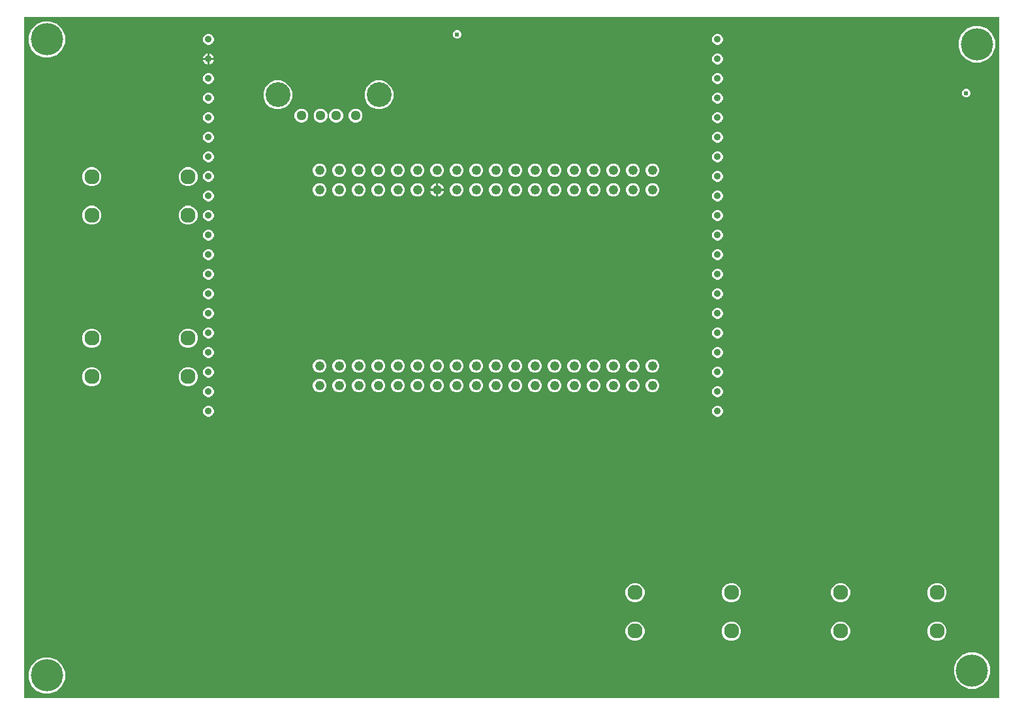
<source format=gbr>
G04 EAGLE Gerber RS-274X export*
G75*
%MOMM*%
%FSLAX34Y34*%
%LPD*%
%INCopper Layer 15*%
%IPPOS*%
%AMOC8*
5,1,8,0,0,1.08239X$1,22.5*%
G01*
%ADD10C,1.288000*%
%ADD11C,3.220000*%
%ADD12C,4.191000*%
%ADD13C,1.244600*%
%ADD14C,1.960000*%
%ADD15C,0.904800*%
%ADD16C,0.609600*%

G36*
X1266718Y2544D02*
X1266718Y2544D01*
X1266737Y2542D01*
X1266839Y2564D01*
X1266941Y2580D01*
X1266958Y2590D01*
X1266978Y2594D01*
X1267067Y2647D01*
X1267158Y2696D01*
X1267172Y2710D01*
X1267189Y2720D01*
X1267256Y2799D01*
X1267328Y2874D01*
X1267336Y2892D01*
X1267349Y2907D01*
X1267388Y3003D01*
X1267431Y3097D01*
X1267433Y3117D01*
X1267441Y3135D01*
X1267459Y3302D01*
X1267459Y885698D01*
X1267456Y885718D01*
X1267458Y885737D01*
X1267436Y885839D01*
X1267420Y885941D01*
X1267410Y885958D01*
X1267406Y885978D01*
X1267353Y886067D01*
X1267304Y886158D01*
X1267290Y886172D01*
X1267280Y886189D01*
X1267201Y886256D01*
X1267126Y886328D01*
X1267108Y886336D01*
X1267093Y886349D01*
X1266997Y886388D01*
X1266903Y886431D01*
X1266883Y886433D01*
X1266865Y886441D01*
X1266698Y886459D01*
X3302Y886459D01*
X3282Y886456D01*
X3263Y886458D01*
X3161Y886436D01*
X3059Y886420D01*
X3042Y886410D01*
X3022Y886406D01*
X2933Y886353D01*
X2842Y886304D01*
X2828Y886290D01*
X2811Y886280D01*
X2744Y886201D01*
X2672Y886126D01*
X2664Y886108D01*
X2651Y886093D01*
X2612Y885997D01*
X2569Y885903D01*
X2567Y885883D01*
X2559Y885865D01*
X2541Y885698D01*
X2541Y3302D01*
X2544Y3282D01*
X2542Y3263D01*
X2564Y3161D01*
X2580Y3059D01*
X2590Y3042D01*
X2594Y3022D01*
X2647Y2933D01*
X2696Y2842D01*
X2710Y2828D01*
X2720Y2811D01*
X2799Y2744D01*
X2874Y2672D01*
X2892Y2664D01*
X2907Y2651D01*
X3003Y2612D01*
X3097Y2569D01*
X3117Y2567D01*
X3135Y2559D01*
X3302Y2541D01*
X1266698Y2541D01*
X1266718Y2544D01*
G37*
%LPC*%
G36*
X27076Y833754D02*
X27076Y833754D01*
X18441Y837331D01*
X11831Y843941D01*
X8254Y852576D01*
X8254Y861924D01*
X11831Y870559D01*
X18441Y877169D01*
X27076Y880746D01*
X36424Y880746D01*
X45059Y877169D01*
X51669Y870559D01*
X55246Y861924D01*
X55246Y852576D01*
X51669Y843941D01*
X45059Y837331D01*
X36424Y833754D01*
X27076Y833754D01*
G37*
%LPD*%
%LPC*%
G36*
X1233576Y827404D02*
X1233576Y827404D01*
X1224941Y830981D01*
X1218331Y837591D01*
X1214754Y846226D01*
X1214754Y855574D01*
X1218331Y864209D01*
X1224941Y870819D01*
X1233576Y874396D01*
X1242924Y874396D01*
X1251559Y870819D01*
X1258169Y864209D01*
X1261746Y855574D01*
X1261746Y846226D01*
X1258169Y837591D01*
X1251559Y830981D01*
X1242924Y827404D01*
X1233576Y827404D01*
G37*
%LPD*%
%LPC*%
G36*
X27076Y8254D02*
X27076Y8254D01*
X18441Y11831D01*
X11831Y18441D01*
X8254Y27076D01*
X8254Y36424D01*
X11831Y45059D01*
X18441Y51669D01*
X27076Y55246D01*
X36424Y55246D01*
X45059Y51669D01*
X51669Y45059D01*
X55246Y36424D01*
X55246Y27076D01*
X51669Y18441D01*
X45059Y11831D01*
X36424Y8254D01*
X27076Y8254D01*
G37*
%LPD*%
%LPC*%
G36*
X1227226Y14604D02*
X1227226Y14604D01*
X1218591Y18181D01*
X1211981Y24791D01*
X1208404Y33426D01*
X1208404Y42774D01*
X1211981Y51409D01*
X1218591Y58019D01*
X1227226Y61596D01*
X1236574Y61596D01*
X1245209Y58019D01*
X1251819Y51409D01*
X1255396Y42774D01*
X1255396Y33426D01*
X1251819Y24791D01*
X1245209Y18181D01*
X1236574Y14604D01*
X1227226Y14604D01*
G37*
%LPD*%
%LPC*%
G36*
X458942Y766649D02*
X458942Y766649D01*
X452091Y769487D01*
X446847Y774731D01*
X444009Y781582D01*
X444009Y788998D01*
X446847Y795849D01*
X452091Y801093D01*
X458942Y803931D01*
X466358Y803931D01*
X473209Y801093D01*
X478453Y795849D01*
X481291Y788998D01*
X481291Y781582D01*
X478453Y774731D01*
X473209Y769487D01*
X466358Y766649D01*
X458942Y766649D01*
G37*
%LPD*%
%LPC*%
G36*
X327542Y766649D02*
X327542Y766649D01*
X320691Y769487D01*
X315447Y774731D01*
X312609Y781582D01*
X312609Y788998D01*
X315447Y795849D01*
X320691Y801093D01*
X327542Y803931D01*
X334958Y803931D01*
X341809Y801093D01*
X347053Y795849D01*
X349891Y788998D01*
X349891Y781582D01*
X347053Y774731D01*
X341809Y769487D01*
X334958Y766649D01*
X327542Y766649D01*
G37*
%LPD*%
%LPC*%
G36*
X792295Y126959D02*
X792295Y126959D01*
X787760Y128838D01*
X784288Y132310D01*
X782409Y136845D01*
X782409Y141755D01*
X784288Y146290D01*
X787760Y149762D01*
X792295Y151641D01*
X797205Y151641D01*
X801740Y149762D01*
X805212Y146290D01*
X807091Y141755D01*
X807091Y136845D01*
X805212Y132310D01*
X801740Y128838D01*
X797205Y126959D01*
X792295Y126959D01*
G37*
%LPD*%
%LPC*%
G36*
X1183995Y126959D02*
X1183995Y126959D01*
X1179460Y128838D01*
X1175988Y132310D01*
X1174109Y136845D01*
X1174109Y141755D01*
X1175988Y146290D01*
X1179460Y149762D01*
X1183995Y151641D01*
X1188905Y151641D01*
X1193440Y149762D01*
X1196912Y146290D01*
X1198791Y141755D01*
X1198791Y136845D01*
X1196912Y132310D01*
X1193440Y128838D01*
X1188905Y126959D01*
X1183995Y126959D01*
G37*
%LPD*%
%LPC*%
G36*
X87445Y407159D02*
X87445Y407159D01*
X82910Y409038D01*
X79438Y412510D01*
X77559Y417045D01*
X77559Y421955D01*
X79438Y426490D01*
X82910Y429962D01*
X87445Y431841D01*
X92355Y431841D01*
X96890Y429962D01*
X100362Y426490D01*
X102241Y421955D01*
X102241Y417045D01*
X100362Y412510D01*
X96890Y409038D01*
X92355Y407159D01*
X87445Y407159D01*
G37*
%LPD*%
%LPC*%
G36*
X212445Y407159D02*
X212445Y407159D01*
X207910Y409038D01*
X204438Y412510D01*
X202559Y417045D01*
X202559Y421955D01*
X204438Y426490D01*
X207910Y429962D01*
X212445Y431841D01*
X217355Y431841D01*
X221890Y429962D01*
X225362Y426490D01*
X227241Y421955D01*
X227241Y417045D01*
X225362Y412510D01*
X221890Y409038D01*
X217355Y407159D01*
X212445Y407159D01*
G37*
%LPD*%
%LPC*%
G36*
X212445Y616709D02*
X212445Y616709D01*
X207910Y618588D01*
X204438Y622060D01*
X202559Y626595D01*
X202559Y631505D01*
X204438Y636040D01*
X207910Y639512D01*
X212445Y641391D01*
X217355Y641391D01*
X221890Y639512D01*
X225362Y636040D01*
X227241Y631505D01*
X227241Y626595D01*
X225362Y622060D01*
X221890Y618588D01*
X217355Y616709D01*
X212445Y616709D01*
G37*
%LPD*%
%LPC*%
G36*
X87445Y457159D02*
X87445Y457159D01*
X82910Y459038D01*
X79438Y462510D01*
X77559Y467045D01*
X77559Y471955D01*
X79438Y476490D01*
X82910Y479962D01*
X87445Y481841D01*
X92355Y481841D01*
X96890Y479962D01*
X100362Y476490D01*
X102241Y471955D01*
X102241Y467045D01*
X100362Y462510D01*
X96890Y459038D01*
X92355Y457159D01*
X87445Y457159D01*
G37*
%LPD*%
%LPC*%
G36*
X212445Y666709D02*
X212445Y666709D01*
X207910Y668588D01*
X204438Y672060D01*
X202559Y676595D01*
X202559Y681505D01*
X204438Y686040D01*
X207910Y689512D01*
X212445Y691391D01*
X217355Y691391D01*
X221890Y689512D01*
X225362Y686040D01*
X227241Y681505D01*
X227241Y676595D01*
X225362Y672060D01*
X221890Y668588D01*
X217355Y666709D01*
X212445Y666709D01*
G37*
%LPD*%
%LPC*%
G36*
X87445Y666709D02*
X87445Y666709D01*
X82910Y668588D01*
X79438Y672060D01*
X77559Y676595D01*
X77559Y681505D01*
X79438Y686040D01*
X82910Y689512D01*
X87445Y691391D01*
X92355Y691391D01*
X96890Y689512D01*
X100362Y686040D01*
X102241Y681505D01*
X102241Y676595D01*
X100362Y672060D01*
X96890Y668588D01*
X92355Y666709D01*
X87445Y666709D01*
G37*
%LPD*%
%LPC*%
G36*
X917295Y126959D02*
X917295Y126959D01*
X912760Y128838D01*
X909288Y132310D01*
X907409Y136845D01*
X907409Y141755D01*
X909288Y146290D01*
X912760Y149762D01*
X917295Y151641D01*
X922205Y151641D01*
X926740Y149762D01*
X930212Y146290D01*
X932091Y141755D01*
X932091Y136845D01*
X930212Y132310D01*
X926740Y128838D01*
X922205Y126959D01*
X917295Y126959D01*
G37*
%LPD*%
%LPC*%
G36*
X1058995Y126959D02*
X1058995Y126959D01*
X1054460Y128838D01*
X1050988Y132310D01*
X1049109Y136845D01*
X1049109Y141755D01*
X1050988Y146290D01*
X1054460Y149762D01*
X1058995Y151641D01*
X1063905Y151641D01*
X1068440Y149762D01*
X1071912Y146290D01*
X1073791Y141755D01*
X1073791Y136845D01*
X1071912Y132310D01*
X1068440Y128838D01*
X1063905Y126959D01*
X1058995Y126959D01*
G37*
%LPD*%
%LPC*%
G36*
X212445Y457159D02*
X212445Y457159D01*
X207910Y459038D01*
X204438Y462510D01*
X202559Y467045D01*
X202559Y471955D01*
X204438Y476490D01*
X207910Y479962D01*
X212445Y481841D01*
X217355Y481841D01*
X221890Y479962D01*
X225362Y476490D01*
X227241Y471955D01*
X227241Y467045D01*
X225362Y462510D01*
X221890Y459038D01*
X217355Y457159D01*
X212445Y457159D01*
G37*
%LPD*%
%LPC*%
G36*
X87445Y616709D02*
X87445Y616709D01*
X82910Y618588D01*
X79438Y622060D01*
X77559Y626595D01*
X77559Y631505D01*
X79438Y636040D01*
X82910Y639512D01*
X87445Y641391D01*
X92355Y641391D01*
X96890Y639512D01*
X100362Y636040D01*
X102241Y631505D01*
X102241Y626595D01*
X100362Y622060D01*
X96890Y618588D01*
X92355Y616709D01*
X87445Y616709D01*
G37*
%LPD*%
%LPC*%
G36*
X792295Y76959D02*
X792295Y76959D01*
X787760Y78838D01*
X784288Y82310D01*
X782409Y86845D01*
X782409Y91755D01*
X784288Y96290D01*
X787760Y99762D01*
X792295Y101641D01*
X797205Y101641D01*
X801740Y99762D01*
X805212Y96290D01*
X807091Y91755D01*
X807091Y86845D01*
X805212Y82310D01*
X801740Y78838D01*
X797205Y76959D01*
X792295Y76959D01*
G37*
%LPD*%
%LPC*%
G36*
X917295Y76959D02*
X917295Y76959D01*
X912760Y78838D01*
X909288Y82310D01*
X907409Y86845D01*
X907409Y91755D01*
X909288Y96290D01*
X912760Y99762D01*
X917295Y101641D01*
X922205Y101641D01*
X926740Y99762D01*
X930212Y96290D01*
X932091Y91755D01*
X932091Y86845D01*
X930212Y82310D01*
X926740Y78838D01*
X922205Y76959D01*
X917295Y76959D01*
G37*
%LPD*%
%LPC*%
G36*
X1058995Y76959D02*
X1058995Y76959D01*
X1054460Y78838D01*
X1050988Y82310D01*
X1049109Y86845D01*
X1049109Y91755D01*
X1050988Y96290D01*
X1054460Y99762D01*
X1058995Y101641D01*
X1063905Y101641D01*
X1068440Y99762D01*
X1071912Y96290D01*
X1073791Y91755D01*
X1073791Y86845D01*
X1071912Y82310D01*
X1068440Y78838D01*
X1063905Y76959D01*
X1058995Y76959D01*
G37*
%LPD*%
%LPC*%
G36*
X1183995Y76959D02*
X1183995Y76959D01*
X1179460Y78838D01*
X1175988Y82310D01*
X1174109Y86845D01*
X1174109Y91755D01*
X1175988Y96290D01*
X1179460Y99762D01*
X1183995Y101641D01*
X1188905Y101641D01*
X1193440Y99762D01*
X1196912Y96290D01*
X1198791Y91755D01*
X1198791Y86845D01*
X1196912Y82310D01*
X1193440Y78838D01*
X1188905Y76959D01*
X1183995Y76959D01*
G37*
%LPD*%
%LPC*%
G36*
X430164Y749209D02*
X430164Y749209D01*
X426863Y750577D01*
X424337Y753103D01*
X422969Y756404D01*
X422969Y759976D01*
X424337Y763277D01*
X426863Y765803D01*
X430164Y767171D01*
X433736Y767171D01*
X437037Y765803D01*
X439563Y763277D01*
X440931Y759976D01*
X440931Y756404D01*
X439563Y753103D01*
X437037Y750577D01*
X433736Y749209D01*
X430164Y749209D01*
G37*
%LPD*%
%LPC*%
G36*
X405164Y749209D02*
X405164Y749209D01*
X401863Y750577D01*
X399337Y753103D01*
X397969Y756404D01*
X397969Y759976D01*
X399337Y763277D01*
X401863Y765803D01*
X405164Y767171D01*
X408736Y767171D01*
X412037Y765803D01*
X414563Y763277D01*
X415931Y759976D01*
X415931Y756404D01*
X414563Y753103D01*
X412037Y750577D01*
X408736Y749209D01*
X405164Y749209D01*
G37*
%LPD*%
%LPC*%
G36*
X385164Y749209D02*
X385164Y749209D01*
X381863Y750577D01*
X379337Y753103D01*
X377969Y756404D01*
X377969Y759976D01*
X379337Y763277D01*
X381863Y765803D01*
X385164Y767171D01*
X388736Y767171D01*
X392037Y765803D01*
X394563Y763277D01*
X395931Y759976D01*
X395931Y756404D01*
X394563Y753103D01*
X392037Y750577D01*
X388736Y749209D01*
X385164Y749209D01*
G37*
%LPD*%
%LPC*%
G36*
X360164Y749209D02*
X360164Y749209D01*
X356863Y750577D01*
X354337Y753103D01*
X352969Y756404D01*
X352969Y759976D01*
X354337Y763277D01*
X356863Y765803D01*
X360164Y767171D01*
X363736Y767171D01*
X367037Y765803D01*
X369563Y763277D01*
X370931Y759976D01*
X370931Y756404D01*
X369563Y753103D01*
X367037Y750577D01*
X363736Y749209D01*
X360164Y749209D01*
G37*
%LPD*%
%LPC*%
G36*
X713947Y399166D02*
X713947Y399166D01*
X710726Y400500D01*
X708260Y402966D01*
X706926Y406187D01*
X706926Y409673D01*
X708260Y412894D01*
X710726Y415360D01*
X713947Y416694D01*
X717433Y416694D01*
X720654Y415360D01*
X723120Y412894D01*
X724454Y409673D01*
X724454Y406187D01*
X723120Y402966D01*
X720654Y400500D01*
X717433Y399166D01*
X713947Y399166D01*
G37*
%LPD*%
%LPC*%
G36*
X688547Y399166D02*
X688547Y399166D01*
X685326Y400500D01*
X682860Y402966D01*
X681526Y406187D01*
X681526Y409673D01*
X682860Y412894D01*
X685326Y415360D01*
X688547Y416694D01*
X692033Y416694D01*
X695254Y415360D01*
X697720Y412894D01*
X699054Y409673D01*
X699054Y406187D01*
X697720Y402966D01*
X695254Y400500D01*
X692033Y399166D01*
X688547Y399166D01*
G37*
%LPD*%
%LPC*%
G36*
X663147Y399166D02*
X663147Y399166D01*
X659926Y400500D01*
X657460Y402966D01*
X656126Y406187D01*
X656126Y409673D01*
X657460Y412894D01*
X659926Y415360D01*
X663147Y416694D01*
X666633Y416694D01*
X669854Y415360D01*
X672320Y412894D01*
X673654Y409673D01*
X673654Y406187D01*
X672320Y402966D01*
X669854Y400500D01*
X666633Y399166D01*
X663147Y399166D01*
G37*
%LPD*%
%LPC*%
G36*
X637747Y399166D02*
X637747Y399166D01*
X634526Y400500D01*
X632060Y402966D01*
X630726Y406187D01*
X630726Y409673D01*
X632060Y412894D01*
X634526Y415360D01*
X637747Y416694D01*
X641233Y416694D01*
X644454Y415360D01*
X646920Y412894D01*
X648254Y409673D01*
X648254Y406187D01*
X646920Y402966D01*
X644454Y400500D01*
X641233Y399166D01*
X637747Y399166D01*
G37*
%LPD*%
%LPC*%
G36*
X612347Y399166D02*
X612347Y399166D01*
X609126Y400500D01*
X606660Y402966D01*
X605326Y406187D01*
X605326Y409673D01*
X606660Y412894D01*
X609126Y415360D01*
X612347Y416694D01*
X615833Y416694D01*
X619054Y415360D01*
X621520Y412894D01*
X622854Y409673D01*
X622854Y406187D01*
X621520Y402966D01*
X619054Y400500D01*
X615833Y399166D01*
X612347Y399166D01*
G37*
%LPD*%
%LPC*%
G36*
X586947Y399166D02*
X586947Y399166D01*
X583726Y400500D01*
X581260Y402966D01*
X579926Y406187D01*
X579926Y409673D01*
X581260Y412894D01*
X583726Y415360D01*
X586947Y416694D01*
X590433Y416694D01*
X593654Y415360D01*
X596120Y412894D01*
X597454Y409673D01*
X597454Y406187D01*
X596120Y402966D01*
X593654Y400500D01*
X590433Y399166D01*
X586947Y399166D01*
G37*
%LPD*%
%LPC*%
G36*
X561547Y399166D02*
X561547Y399166D01*
X558326Y400500D01*
X555860Y402966D01*
X554526Y406187D01*
X554526Y409673D01*
X555860Y412894D01*
X558326Y415360D01*
X561547Y416694D01*
X565033Y416694D01*
X568254Y415360D01*
X570720Y412894D01*
X572054Y409673D01*
X572054Y406187D01*
X570720Y402966D01*
X568254Y400500D01*
X565033Y399166D01*
X561547Y399166D01*
G37*
%LPD*%
%LPC*%
G36*
X434547Y424566D02*
X434547Y424566D01*
X431326Y425900D01*
X428860Y428366D01*
X427526Y431587D01*
X427526Y435073D01*
X428860Y438294D01*
X431326Y440760D01*
X434547Y442094D01*
X438033Y442094D01*
X441254Y440760D01*
X443720Y438294D01*
X445054Y435073D01*
X445054Y431587D01*
X443720Y428366D01*
X441254Y425900D01*
X438033Y424566D01*
X434547Y424566D01*
G37*
%LPD*%
%LPC*%
G36*
X459947Y399166D02*
X459947Y399166D01*
X456726Y400500D01*
X454260Y402966D01*
X452926Y406187D01*
X452926Y409673D01*
X454260Y412894D01*
X456726Y415360D01*
X459947Y416694D01*
X463433Y416694D01*
X466654Y415360D01*
X469120Y412894D01*
X470454Y409673D01*
X470454Y406187D01*
X469120Y402966D01*
X466654Y400500D01*
X463433Y399166D01*
X459947Y399166D01*
G37*
%LPD*%
%LPC*%
G36*
X434547Y399166D02*
X434547Y399166D01*
X431326Y400500D01*
X428860Y402966D01*
X427526Y406187D01*
X427526Y409673D01*
X428860Y412894D01*
X431326Y415360D01*
X434547Y416694D01*
X438033Y416694D01*
X441254Y415360D01*
X443720Y412894D01*
X445054Y409673D01*
X445054Y406187D01*
X443720Y402966D01*
X441254Y400500D01*
X438033Y399166D01*
X434547Y399166D01*
G37*
%LPD*%
%LPC*%
G36*
X409147Y399166D02*
X409147Y399166D01*
X405926Y400500D01*
X403460Y402966D01*
X402126Y406187D01*
X402126Y409673D01*
X403460Y412894D01*
X405926Y415360D01*
X409147Y416694D01*
X412633Y416694D01*
X415854Y415360D01*
X418320Y412894D01*
X419654Y409673D01*
X419654Y406187D01*
X418320Y402966D01*
X415854Y400500D01*
X412633Y399166D01*
X409147Y399166D01*
G37*
%LPD*%
%LPC*%
G36*
X383747Y399166D02*
X383747Y399166D01*
X380526Y400500D01*
X378060Y402966D01*
X376726Y406187D01*
X376726Y409673D01*
X378060Y412894D01*
X380526Y415360D01*
X383747Y416694D01*
X387233Y416694D01*
X390454Y415360D01*
X392920Y412894D01*
X394254Y409673D01*
X394254Y406187D01*
X392920Y402966D01*
X390454Y400500D01*
X387233Y399166D01*
X383747Y399166D01*
G37*
%LPD*%
%LPC*%
G36*
X536147Y399166D02*
X536147Y399166D01*
X532926Y400500D01*
X530460Y402966D01*
X529126Y406187D01*
X529126Y409673D01*
X530460Y412894D01*
X532926Y415360D01*
X536147Y416694D01*
X539633Y416694D01*
X542854Y415360D01*
X545320Y412894D01*
X546654Y409673D01*
X546654Y406187D01*
X545320Y402966D01*
X542854Y400500D01*
X539633Y399166D01*
X536147Y399166D01*
G37*
%LPD*%
%LPC*%
G36*
X688547Y678566D02*
X688547Y678566D01*
X685326Y679900D01*
X682860Y682366D01*
X681526Y685587D01*
X681526Y689073D01*
X682860Y692294D01*
X685326Y694760D01*
X688547Y696094D01*
X692033Y696094D01*
X695254Y694760D01*
X697720Y692294D01*
X699054Y689073D01*
X699054Y685587D01*
X697720Y682366D01*
X695254Y679900D01*
X692033Y678566D01*
X688547Y678566D01*
G37*
%LPD*%
%LPC*%
G36*
X663147Y678566D02*
X663147Y678566D01*
X659926Y679900D01*
X657460Y682366D01*
X656126Y685587D01*
X656126Y689073D01*
X657460Y692294D01*
X659926Y694760D01*
X663147Y696094D01*
X666633Y696094D01*
X669854Y694760D01*
X672320Y692294D01*
X673654Y689073D01*
X673654Y685587D01*
X672320Y682366D01*
X669854Y679900D01*
X666633Y678566D01*
X663147Y678566D01*
G37*
%LPD*%
%LPC*%
G36*
X815547Y678566D02*
X815547Y678566D01*
X812326Y679900D01*
X809860Y682366D01*
X808526Y685587D01*
X808526Y689073D01*
X809860Y692294D01*
X812326Y694760D01*
X815547Y696094D01*
X819033Y696094D01*
X822254Y694760D01*
X824720Y692294D01*
X826054Y689073D01*
X826054Y685587D01*
X824720Y682366D01*
X822254Y679900D01*
X819033Y678566D01*
X815547Y678566D01*
G37*
%LPD*%
%LPC*%
G36*
X790147Y678566D02*
X790147Y678566D01*
X786926Y679900D01*
X784460Y682366D01*
X783126Y685587D01*
X783126Y689073D01*
X784460Y692294D01*
X786926Y694760D01*
X790147Y696094D01*
X793633Y696094D01*
X796854Y694760D01*
X799320Y692294D01*
X800654Y689073D01*
X800654Y685587D01*
X799320Y682366D01*
X796854Y679900D01*
X793633Y678566D01*
X790147Y678566D01*
G37*
%LPD*%
%LPC*%
G36*
X764747Y678566D02*
X764747Y678566D01*
X761526Y679900D01*
X759060Y682366D01*
X757726Y685587D01*
X757726Y689073D01*
X759060Y692294D01*
X761526Y694760D01*
X764747Y696094D01*
X768233Y696094D01*
X771454Y694760D01*
X773920Y692294D01*
X775254Y689073D01*
X775254Y685587D01*
X773920Y682366D01*
X771454Y679900D01*
X768233Y678566D01*
X764747Y678566D01*
G37*
%LPD*%
%LPC*%
G36*
X739347Y678566D02*
X739347Y678566D01*
X736126Y679900D01*
X733660Y682366D01*
X732326Y685587D01*
X732326Y689073D01*
X733660Y692294D01*
X736126Y694760D01*
X739347Y696094D01*
X742833Y696094D01*
X746054Y694760D01*
X748520Y692294D01*
X749854Y689073D01*
X749854Y685587D01*
X748520Y682366D01*
X746054Y679900D01*
X742833Y678566D01*
X739347Y678566D01*
G37*
%LPD*%
%LPC*%
G36*
X713947Y678566D02*
X713947Y678566D01*
X710726Y679900D01*
X708260Y682366D01*
X706926Y685587D01*
X706926Y689073D01*
X708260Y692294D01*
X710726Y694760D01*
X713947Y696094D01*
X717433Y696094D01*
X720654Y694760D01*
X723120Y692294D01*
X724454Y689073D01*
X724454Y685587D01*
X723120Y682366D01*
X720654Y679900D01*
X717433Y678566D01*
X713947Y678566D01*
G37*
%LPD*%
%LPC*%
G36*
X459947Y678566D02*
X459947Y678566D01*
X456726Y679900D01*
X454260Y682366D01*
X452926Y685587D01*
X452926Y689073D01*
X454260Y692294D01*
X456726Y694760D01*
X459947Y696094D01*
X463433Y696094D01*
X466654Y694760D01*
X469120Y692294D01*
X470454Y689073D01*
X470454Y685587D01*
X469120Y682366D01*
X466654Y679900D01*
X463433Y678566D01*
X459947Y678566D01*
G37*
%LPD*%
%LPC*%
G36*
X434547Y678566D02*
X434547Y678566D01*
X431326Y679900D01*
X428860Y682366D01*
X427526Y685587D01*
X427526Y689073D01*
X428860Y692294D01*
X431326Y694760D01*
X434547Y696094D01*
X438033Y696094D01*
X441254Y694760D01*
X443720Y692294D01*
X445054Y689073D01*
X445054Y685587D01*
X443720Y682366D01*
X441254Y679900D01*
X438033Y678566D01*
X434547Y678566D01*
G37*
%LPD*%
%LPC*%
G36*
X637747Y678566D02*
X637747Y678566D01*
X634526Y679900D01*
X632060Y682366D01*
X630726Y685587D01*
X630726Y689073D01*
X632060Y692294D01*
X634526Y694760D01*
X637747Y696094D01*
X641233Y696094D01*
X644454Y694760D01*
X646920Y692294D01*
X648254Y689073D01*
X648254Y685587D01*
X646920Y682366D01*
X644454Y679900D01*
X641233Y678566D01*
X637747Y678566D01*
G37*
%LPD*%
%LPC*%
G36*
X612347Y678566D02*
X612347Y678566D01*
X609126Y679900D01*
X606660Y682366D01*
X605326Y685587D01*
X605326Y689073D01*
X606660Y692294D01*
X609126Y694760D01*
X612347Y696094D01*
X615833Y696094D01*
X619054Y694760D01*
X621520Y692294D01*
X622854Y689073D01*
X622854Y685587D01*
X621520Y682366D01*
X619054Y679900D01*
X615833Y678566D01*
X612347Y678566D01*
G37*
%LPD*%
%LPC*%
G36*
X586947Y678566D02*
X586947Y678566D01*
X583726Y679900D01*
X581260Y682366D01*
X579926Y685587D01*
X579926Y689073D01*
X581260Y692294D01*
X583726Y694760D01*
X586947Y696094D01*
X590433Y696094D01*
X593654Y694760D01*
X596120Y692294D01*
X597454Y689073D01*
X597454Y685587D01*
X596120Y682366D01*
X593654Y679900D01*
X590433Y678566D01*
X586947Y678566D01*
G37*
%LPD*%
%LPC*%
G36*
X561547Y678566D02*
X561547Y678566D01*
X558326Y679900D01*
X555860Y682366D01*
X554526Y685587D01*
X554526Y689073D01*
X555860Y692294D01*
X558326Y694760D01*
X561547Y696094D01*
X565033Y696094D01*
X568254Y694760D01*
X570720Y692294D01*
X572054Y689073D01*
X572054Y685587D01*
X570720Y682366D01*
X568254Y679900D01*
X565033Y678566D01*
X561547Y678566D01*
G37*
%LPD*%
%LPC*%
G36*
X536147Y678566D02*
X536147Y678566D01*
X532926Y679900D01*
X530460Y682366D01*
X529126Y685587D01*
X529126Y689073D01*
X530460Y692294D01*
X532926Y694760D01*
X536147Y696094D01*
X539633Y696094D01*
X542854Y694760D01*
X545320Y692294D01*
X546654Y689073D01*
X546654Y685587D01*
X545320Y682366D01*
X542854Y679900D01*
X539633Y678566D01*
X536147Y678566D01*
G37*
%LPD*%
%LPC*%
G36*
X510747Y678566D02*
X510747Y678566D01*
X507526Y679900D01*
X505060Y682366D01*
X503726Y685587D01*
X503726Y689073D01*
X505060Y692294D01*
X507526Y694760D01*
X510747Y696094D01*
X514233Y696094D01*
X517454Y694760D01*
X519920Y692294D01*
X521254Y689073D01*
X521254Y685587D01*
X519920Y682366D01*
X517454Y679900D01*
X514233Y678566D01*
X510747Y678566D01*
G37*
%LPD*%
%LPC*%
G36*
X485347Y678566D02*
X485347Y678566D01*
X482126Y679900D01*
X479660Y682366D01*
X478326Y685587D01*
X478326Y689073D01*
X479660Y692294D01*
X482126Y694760D01*
X485347Y696094D01*
X488833Y696094D01*
X492054Y694760D01*
X494520Y692294D01*
X495854Y689073D01*
X495854Y685587D01*
X494520Y682366D01*
X492054Y679900D01*
X488833Y678566D01*
X485347Y678566D01*
G37*
%LPD*%
%LPC*%
G36*
X409147Y678566D02*
X409147Y678566D01*
X405926Y679900D01*
X403460Y682366D01*
X402126Y685587D01*
X402126Y689073D01*
X403460Y692294D01*
X405926Y694760D01*
X409147Y696094D01*
X412633Y696094D01*
X415854Y694760D01*
X418320Y692294D01*
X419654Y689073D01*
X419654Y685587D01*
X418320Y682366D01*
X415854Y679900D01*
X412633Y678566D01*
X409147Y678566D01*
G37*
%LPD*%
%LPC*%
G36*
X383747Y678566D02*
X383747Y678566D01*
X380526Y679900D01*
X378060Y682366D01*
X376726Y685587D01*
X376726Y689073D01*
X378060Y692294D01*
X380526Y694760D01*
X383747Y696094D01*
X387233Y696094D01*
X390454Y694760D01*
X392920Y692294D01*
X394254Y689073D01*
X394254Y685587D01*
X392920Y682366D01*
X390454Y679900D01*
X387233Y678566D01*
X383747Y678566D01*
G37*
%LPD*%
%LPC*%
G36*
X815547Y653166D02*
X815547Y653166D01*
X812326Y654500D01*
X809860Y656966D01*
X808526Y660187D01*
X808526Y663673D01*
X809860Y666894D01*
X812326Y669360D01*
X815547Y670694D01*
X819033Y670694D01*
X822254Y669360D01*
X824720Y666894D01*
X826054Y663673D01*
X826054Y660187D01*
X824720Y656966D01*
X822254Y654500D01*
X819033Y653166D01*
X815547Y653166D01*
G37*
%LPD*%
%LPC*%
G36*
X790147Y653166D02*
X790147Y653166D01*
X786926Y654500D01*
X784460Y656966D01*
X783126Y660187D01*
X783126Y663673D01*
X784460Y666894D01*
X786926Y669360D01*
X790147Y670694D01*
X793633Y670694D01*
X796854Y669360D01*
X799320Y666894D01*
X800654Y663673D01*
X800654Y660187D01*
X799320Y656966D01*
X796854Y654500D01*
X793633Y653166D01*
X790147Y653166D01*
G37*
%LPD*%
%LPC*%
G36*
X764747Y653166D02*
X764747Y653166D01*
X761526Y654500D01*
X759060Y656966D01*
X757726Y660187D01*
X757726Y663673D01*
X759060Y666894D01*
X761526Y669360D01*
X764747Y670694D01*
X768233Y670694D01*
X771454Y669360D01*
X773920Y666894D01*
X775254Y663673D01*
X775254Y660187D01*
X773920Y656966D01*
X771454Y654500D01*
X768233Y653166D01*
X764747Y653166D01*
G37*
%LPD*%
%LPC*%
G36*
X739347Y653166D02*
X739347Y653166D01*
X736126Y654500D01*
X733660Y656966D01*
X732326Y660187D01*
X732326Y663673D01*
X733660Y666894D01*
X736126Y669360D01*
X739347Y670694D01*
X742833Y670694D01*
X746054Y669360D01*
X748520Y666894D01*
X749854Y663673D01*
X749854Y660187D01*
X748520Y656966D01*
X746054Y654500D01*
X742833Y653166D01*
X739347Y653166D01*
G37*
%LPD*%
%LPC*%
G36*
X713947Y653166D02*
X713947Y653166D01*
X710726Y654500D01*
X708260Y656966D01*
X706926Y660187D01*
X706926Y663673D01*
X708260Y666894D01*
X710726Y669360D01*
X713947Y670694D01*
X717433Y670694D01*
X720654Y669360D01*
X723120Y666894D01*
X724454Y663673D01*
X724454Y660187D01*
X723120Y656966D01*
X720654Y654500D01*
X717433Y653166D01*
X713947Y653166D01*
G37*
%LPD*%
%LPC*%
G36*
X688547Y653166D02*
X688547Y653166D01*
X685326Y654500D01*
X682860Y656966D01*
X681526Y660187D01*
X681526Y663673D01*
X682860Y666894D01*
X685326Y669360D01*
X688547Y670694D01*
X692033Y670694D01*
X695254Y669360D01*
X697720Y666894D01*
X699054Y663673D01*
X699054Y660187D01*
X697720Y656966D01*
X695254Y654500D01*
X692033Y653166D01*
X688547Y653166D01*
G37*
%LPD*%
%LPC*%
G36*
X637747Y653166D02*
X637747Y653166D01*
X634526Y654500D01*
X632060Y656966D01*
X630726Y660187D01*
X630726Y663673D01*
X632060Y666894D01*
X634526Y669360D01*
X637747Y670694D01*
X641233Y670694D01*
X644454Y669360D01*
X646920Y666894D01*
X648254Y663673D01*
X648254Y660187D01*
X646920Y656966D01*
X644454Y654500D01*
X641233Y653166D01*
X637747Y653166D01*
G37*
%LPD*%
%LPC*%
G36*
X612347Y653166D02*
X612347Y653166D01*
X609126Y654500D01*
X606660Y656966D01*
X605326Y660187D01*
X605326Y663673D01*
X606660Y666894D01*
X609126Y669360D01*
X612347Y670694D01*
X615833Y670694D01*
X619054Y669360D01*
X621520Y666894D01*
X622854Y663673D01*
X622854Y660187D01*
X621520Y656966D01*
X619054Y654500D01*
X615833Y653166D01*
X612347Y653166D01*
G37*
%LPD*%
%LPC*%
G36*
X586947Y653166D02*
X586947Y653166D01*
X583726Y654500D01*
X581260Y656966D01*
X579926Y660187D01*
X579926Y663673D01*
X581260Y666894D01*
X583726Y669360D01*
X586947Y670694D01*
X590433Y670694D01*
X593654Y669360D01*
X596120Y666894D01*
X597454Y663673D01*
X597454Y660187D01*
X596120Y656966D01*
X593654Y654500D01*
X590433Y653166D01*
X586947Y653166D01*
G37*
%LPD*%
%LPC*%
G36*
X561547Y653166D02*
X561547Y653166D01*
X558326Y654500D01*
X555860Y656966D01*
X554526Y660187D01*
X554526Y663673D01*
X555860Y666894D01*
X558326Y669360D01*
X561547Y670694D01*
X565033Y670694D01*
X568254Y669360D01*
X570720Y666894D01*
X572054Y663673D01*
X572054Y660187D01*
X570720Y656966D01*
X568254Y654500D01*
X565033Y653166D01*
X561547Y653166D01*
G37*
%LPD*%
%LPC*%
G36*
X510747Y653166D02*
X510747Y653166D01*
X507526Y654500D01*
X505060Y656966D01*
X503726Y660187D01*
X503726Y663673D01*
X505060Y666894D01*
X507526Y669360D01*
X510747Y670694D01*
X514233Y670694D01*
X517454Y669360D01*
X519920Y666894D01*
X521254Y663673D01*
X521254Y660187D01*
X519920Y656966D01*
X517454Y654500D01*
X514233Y653166D01*
X510747Y653166D01*
G37*
%LPD*%
%LPC*%
G36*
X485347Y653166D02*
X485347Y653166D01*
X482126Y654500D01*
X479660Y656966D01*
X478326Y660187D01*
X478326Y663673D01*
X479660Y666894D01*
X482126Y669360D01*
X485347Y670694D01*
X488833Y670694D01*
X492054Y669360D01*
X494520Y666894D01*
X495854Y663673D01*
X495854Y660187D01*
X494520Y656966D01*
X492054Y654500D01*
X488833Y653166D01*
X485347Y653166D01*
G37*
%LPD*%
%LPC*%
G36*
X459947Y653166D02*
X459947Y653166D01*
X456726Y654500D01*
X454260Y656966D01*
X452926Y660187D01*
X452926Y663673D01*
X454260Y666894D01*
X456726Y669360D01*
X459947Y670694D01*
X463433Y670694D01*
X466654Y669360D01*
X469120Y666894D01*
X470454Y663673D01*
X470454Y660187D01*
X469120Y656966D01*
X466654Y654500D01*
X463433Y653166D01*
X459947Y653166D01*
G37*
%LPD*%
%LPC*%
G36*
X434547Y653166D02*
X434547Y653166D01*
X431326Y654500D01*
X428860Y656966D01*
X427526Y660187D01*
X427526Y663673D01*
X428860Y666894D01*
X431326Y669360D01*
X434547Y670694D01*
X438033Y670694D01*
X441254Y669360D01*
X443720Y666894D01*
X445054Y663673D01*
X445054Y660187D01*
X443720Y656966D01*
X441254Y654500D01*
X438033Y653166D01*
X434547Y653166D01*
G37*
%LPD*%
%LPC*%
G36*
X409147Y653166D02*
X409147Y653166D01*
X405926Y654500D01*
X403460Y656966D01*
X402126Y660187D01*
X402126Y663673D01*
X403460Y666894D01*
X405926Y669360D01*
X409147Y670694D01*
X412633Y670694D01*
X415854Y669360D01*
X418320Y666894D01*
X419654Y663673D01*
X419654Y660187D01*
X418320Y656966D01*
X415854Y654500D01*
X412633Y653166D01*
X409147Y653166D01*
G37*
%LPD*%
%LPC*%
G36*
X383747Y653166D02*
X383747Y653166D01*
X380526Y654500D01*
X378060Y656966D01*
X376726Y660187D01*
X376726Y663673D01*
X378060Y666894D01*
X380526Y669360D01*
X383747Y670694D01*
X387233Y670694D01*
X390454Y669360D01*
X392920Y666894D01*
X394254Y663673D01*
X394254Y660187D01*
X392920Y656966D01*
X390454Y654500D01*
X387233Y653166D01*
X383747Y653166D01*
G37*
%LPD*%
%LPC*%
G36*
X663147Y653166D02*
X663147Y653166D01*
X659926Y654500D01*
X657460Y656966D01*
X656126Y660187D01*
X656126Y663673D01*
X657460Y666894D01*
X659926Y669360D01*
X663147Y670694D01*
X666633Y670694D01*
X669854Y669360D01*
X672320Y666894D01*
X673654Y663673D01*
X673654Y660187D01*
X672320Y656966D01*
X669854Y654500D01*
X666633Y653166D01*
X663147Y653166D01*
G37*
%LPD*%
%LPC*%
G36*
X409147Y424566D02*
X409147Y424566D01*
X405926Y425900D01*
X403460Y428366D01*
X402126Y431587D01*
X402126Y435073D01*
X403460Y438294D01*
X405926Y440760D01*
X409147Y442094D01*
X412633Y442094D01*
X415854Y440760D01*
X418320Y438294D01*
X419654Y435073D01*
X419654Y431587D01*
X418320Y428366D01*
X415854Y425900D01*
X412633Y424566D01*
X409147Y424566D01*
G37*
%LPD*%
%LPC*%
G36*
X383747Y424566D02*
X383747Y424566D01*
X380526Y425900D01*
X378060Y428366D01*
X376726Y431587D01*
X376726Y435073D01*
X378060Y438294D01*
X380526Y440760D01*
X383747Y442094D01*
X387233Y442094D01*
X390454Y440760D01*
X392920Y438294D01*
X394254Y435073D01*
X394254Y431587D01*
X392920Y428366D01*
X390454Y425900D01*
X387233Y424566D01*
X383747Y424566D01*
G37*
%LPD*%
%LPC*%
G36*
X815547Y424566D02*
X815547Y424566D01*
X812326Y425900D01*
X809860Y428366D01*
X808526Y431587D01*
X808526Y435073D01*
X809860Y438294D01*
X812326Y440760D01*
X815547Y442094D01*
X819033Y442094D01*
X822254Y440760D01*
X824720Y438294D01*
X826054Y435073D01*
X826054Y431587D01*
X824720Y428366D01*
X822254Y425900D01*
X819033Y424566D01*
X815547Y424566D01*
G37*
%LPD*%
%LPC*%
G36*
X790147Y424566D02*
X790147Y424566D01*
X786926Y425900D01*
X784460Y428366D01*
X783126Y431587D01*
X783126Y435073D01*
X784460Y438294D01*
X786926Y440760D01*
X790147Y442094D01*
X793633Y442094D01*
X796854Y440760D01*
X799320Y438294D01*
X800654Y435073D01*
X800654Y431587D01*
X799320Y428366D01*
X796854Y425900D01*
X793633Y424566D01*
X790147Y424566D01*
G37*
%LPD*%
%LPC*%
G36*
X764747Y424566D02*
X764747Y424566D01*
X761526Y425900D01*
X759060Y428366D01*
X757726Y431587D01*
X757726Y435073D01*
X759060Y438294D01*
X761526Y440760D01*
X764747Y442094D01*
X768233Y442094D01*
X771454Y440760D01*
X773920Y438294D01*
X775254Y435073D01*
X775254Y431587D01*
X773920Y428366D01*
X771454Y425900D01*
X768233Y424566D01*
X764747Y424566D01*
G37*
%LPD*%
%LPC*%
G36*
X739347Y424566D02*
X739347Y424566D01*
X736126Y425900D01*
X733660Y428366D01*
X732326Y431587D01*
X732326Y435073D01*
X733660Y438294D01*
X736126Y440760D01*
X739347Y442094D01*
X742833Y442094D01*
X746054Y440760D01*
X748520Y438294D01*
X749854Y435073D01*
X749854Y431587D01*
X748520Y428366D01*
X746054Y425900D01*
X742833Y424566D01*
X739347Y424566D01*
G37*
%LPD*%
%LPC*%
G36*
X713947Y424566D02*
X713947Y424566D01*
X710726Y425900D01*
X708260Y428366D01*
X706926Y431587D01*
X706926Y435073D01*
X708260Y438294D01*
X710726Y440760D01*
X713947Y442094D01*
X717433Y442094D01*
X720654Y440760D01*
X723120Y438294D01*
X724454Y435073D01*
X724454Y431587D01*
X723120Y428366D01*
X720654Y425900D01*
X717433Y424566D01*
X713947Y424566D01*
G37*
%LPD*%
%LPC*%
G36*
X688547Y424566D02*
X688547Y424566D01*
X685326Y425900D01*
X682860Y428366D01*
X681526Y431587D01*
X681526Y435073D01*
X682860Y438294D01*
X685326Y440760D01*
X688547Y442094D01*
X692033Y442094D01*
X695254Y440760D01*
X697720Y438294D01*
X699054Y435073D01*
X699054Y431587D01*
X697720Y428366D01*
X695254Y425900D01*
X692033Y424566D01*
X688547Y424566D01*
G37*
%LPD*%
%LPC*%
G36*
X663147Y424566D02*
X663147Y424566D01*
X659926Y425900D01*
X657460Y428366D01*
X656126Y431587D01*
X656126Y435073D01*
X657460Y438294D01*
X659926Y440760D01*
X663147Y442094D01*
X666633Y442094D01*
X669854Y440760D01*
X672320Y438294D01*
X673654Y435073D01*
X673654Y431587D01*
X672320Y428366D01*
X669854Y425900D01*
X666633Y424566D01*
X663147Y424566D01*
G37*
%LPD*%
%LPC*%
G36*
X637747Y424566D02*
X637747Y424566D01*
X634526Y425900D01*
X632060Y428366D01*
X630726Y431587D01*
X630726Y435073D01*
X632060Y438294D01*
X634526Y440760D01*
X637747Y442094D01*
X641233Y442094D01*
X644454Y440760D01*
X646920Y438294D01*
X648254Y435073D01*
X648254Y431587D01*
X646920Y428366D01*
X644454Y425900D01*
X641233Y424566D01*
X637747Y424566D01*
G37*
%LPD*%
%LPC*%
G36*
X612347Y424566D02*
X612347Y424566D01*
X609126Y425900D01*
X606660Y428366D01*
X605326Y431587D01*
X605326Y435073D01*
X606660Y438294D01*
X609126Y440760D01*
X612347Y442094D01*
X615833Y442094D01*
X619054Y440760D01*
X621520Y438294D01*
X622854Y435073D01*
X622854Y431587D01*
X621520Y428366D01*
X619054Y425900D01*
X615833Y424566D01*
X612347Y424566D01*
G37*
%LPD*%
%LPC*%
G36*
X586947Y424566D02*
X586947Y424566D01*
X583726Y425900D01*
X581260Y428366D01*
X579926Y431587D01*
X579926Y435073D01*
X581260Y438294D01*
X583726Y440760D01*
X586947Y442094D01*
X590433Y442094D01*
X593654Y440760D01*
X596120Y438294D01*
X597454Y435073D01*
X597454Y431587D01*
X596120Y428366D01*
X593654Y425900D01*
X590433Y424566D01*
X586947Y424566D01*
G37*
%LPD*%
%LPC*%
G36*
X561547Y424566D02*
X561547Y424566D01*
X558326Y425900D01*
X555860Y428366D01*
X554526Y431587D01*
X554526Y435073D01*
X555860Y438294D01*
X558326Y440760D01*
X561547Y442094D01*
X565033Y442094D01*
X568254Y440760D01*
X570720Y438294D01*
X572054Y435073D01*
X572054Y431587D01*
X570720Y428366D01*
X568254Y425900D01*
X565033Y424566D01*
X561547Y424566D01*
G37*
%LPD*%
%LPC*%
G36*
X536147Y424566D02*
X536147Y424566D01*
X532926Y425900D01*
X530460Y428366D01*
X529126Y431587D01*
X529126Y435073D01*
X530460Y438294D01*
X532926Y440760D01*
X536147Y442094D01*
X539633Y442094D01*
X542854Y440760D01*
X545320Y438294D01*
X546654Y435073D01*
X546654Y431587D01*
X545320Y428366D01*
X542854Y425900D01*
X539633Y424566D01*
X536147Y424566D01*
G37*
%LPD*%
%LPC*%
G36*
X510747Y424566D02*
X510747Y424566D01*
X507526Y425900D01*
X505060Y428366D01*
X503726Y431587D01*
X503726Y435073D01*
X505060Y438294D01*
X507526Y440760D01*
X510747Y442094D01*
X514233Y442094D01*
X517454Y440760D01*
X519920Y438294D01*
X521254Y435073D01*
X521254Y431587D01*
X519920Y428366D01*
X517454Y425900D01*
X514233Y424566D01*
X510747Y424566D01*
G37*
%LPD*%
%LPC*%
G36*
X485347Y424566D02*
X485347Y424566D01*
X482126Y425900D01*
X479660Y428366D01*
X478326Y431587D01*
X478326Y435073D01*
X479660Y438294D01*
X482126Y440760D01*
X485347Y442094D01*
X488833Y442094D01*
X492054Y440760D01*
X494520Y438294D01*
X495854Y435073D01*
X495854Y431587D01*
X494520Y428366D01*
X492054Y425900D01*
X488833Y424566D01*
X485347Y424566D01*
G37*
%LPD*%
%LPC*%
G36*
X459947Y424566D02*
X459947Y424566D01*
X456726Y425900D01*
X454260Y428366D01*
X452926Y431587D01*
X452926Y435073D01*
X454260Y438294D01*
X456726Y440760D01*
X459947Y442094D01*
X463433Y442094D01*
X466654Y440760D01*
X469120Y438294D01*
X470454Y435073D01*
X470454Y431587D01*
X469120Y428366D01*
X466654Y425900D01*
X463433Y424566D01*
X459947Y424566D01*
G37*
%LPD*%
%LPC*%
G36*
X510747Y399166D02*
X510747Y399166D01*
X507526Y400500D01*
X505060Y402966D01*
X503726Y406187D01*
X503726Y409673D01*
X505060Y412894D01*
X507526Y415360D01*
X510747Y416694D01*
X514233Y416694D01*
X517454Y415360D01*
X519920Y412894D01*
X521254Y409673D01*
X521254Y406187D01*
X519920Y402966D01*
X517454Y400500D01*
X514233Y399166D01*
X510747Y399166D01*
G37*
%LPD*%
%LPC*%
G36*
X485347Y399166D02*
X485347Y399166D01*
X482126Y400500D01*
X479660Y402966D01*
X478326Y406187D01*
X478326Y409673D01*
X479660Y412894D01*
X482126Y415360D01*
X485347Y416694D01*
X488833Y416694D01*
X492054Y415360D01*
X494520Y412894D01*
X495854Y409673D01*
X495854Y406187D01*
X494520Y402966D01*
X492054Y400500D01*
X488833Y399166D01*
X485347Y399166D01*
G37*
%LPD*%
%LPC*%
G36*
X815547Y399166D02*
X815547Y399166D01*
X812326Y400500D01*
X809860Y402966D01*
X808526Y406187D01*
X808526Y409673D01*
X809860Y412894D01*
X812326Y415360D01*
X815547Y416694D01*
X819033Y416694D01*
X822254Y415360D01*
X824720Y412894D01*
X826054Y409673D01*
X826054Y406187D01*
X824720Y402966D01*
X822254Y400500D01*
X819033Y399166D01*
X815547Y399166D01*
G37*
%LPD*%
%LPC*%
G36*
X790147Y399166D02*
X790147Y399166D01*
X786926Y400500D01*
X784460Y402966D01*
X783126Y406187D01*
X783126Y409673D01*
X784460Y412894D01*
X786926Y415360D01*
X790147Y416694D01*
X793633Y416694D01*
X796854Y415360D01*
X799320Y412894D01*
X800654Y409673D01*
X800654Y406187D01*
X799320Y402966D01*
X796854Y400500D01*
X793633Y399166D01*
X790147Y399166D01*
G37*
%LPD*%
%LPC*%
G36*
X764747Y399166D02*
X764747Y399166D01*
X761526Y400500D01*
X759060Y402966D01*
X757726Y406187D01*
X757726Y409673D01*
X759060Y412894D01*
X761526Y415360D01*
X764747Y416694D01*
X768233Y416694D01*
X771454Y415360D01*
X773920Y412894D01*
X775254Y409673D01*
X775254Y406187D01*
X773920Y402966D01*
X771454Y400500D01*
X768233Y399166D01*
X764747Y399166D01*
G37*
%LPD*%
%LPC*%
G36*
X739347Y399166D02*
X739347Y399166D01*
X736126Y400500D01*
X733660Y402966D01*
X732326Y406187D01*
X732326Y409673D01*
X733660Y412894D01*
X736126Y415360D01*
X739347Y416694D01*
X742833Y416694D01*
X746054Y415360D01*
X748520Y412894D01*
X749854Y409673D01*
X749854Y406187D01*
X748520Y402966D01*
X746054Y400500D01*
X742833Y399166D01*
X739347Y399166D01*
G37*
%LPD*%
%LPC*%
G36*
X239895Y773985D02*
X239895Y773985D01*
X237298Y775061D01*
X235311Y777048D01*
X234235Y779645D01*
X234235Y782455D01*
X235311Y785052D01*
X237298Y787039D01*
X239895Y788115D01*
X242705Y788115D01*
X245302Y787039D01*
X247289Y785052D01*
X248365Y782455D01*
X248365Y779645D01*
X247289Y777048D01*
X245302Y775061D01*
X242705Y773985D01*
X239895Y773985D01*
G37*
%LPD*%
%LPC*%
G36*
X900295Y850185D02*
X900295Y850185D01*
X897698Y851261D01*
X895711Y853248D01*
X894635Y855845D01*
X894635Y858655D01*
X895711Y861252D01*
X897698Y863239D01*
X900295Y864315D01*
X903105Y864315D01*
X905702Y863239D01*
X907689Y861252D01*
X908765Y858655D01*
X908765Y855845D01*
X907689Y853248D01*
X905702Y851261D01*
X903105Y850185D01*
X900295Y850185D01*
G37*
%LPD*%
%LPC*%
G36*
X239895Y850185D02*
X239895Y850185D01*
X237298Y851261D01*
X235311Y853248D01*
X234235Y855845D01*
X234235Y858655D01*
X235311Y861252D01*
X237298Y863239D01*
X239895Y864315D01*
X242705Y864315D01*
X245302Y863239D01*
X247289Y861252D01*
X248365Y858655D01*
X248365Y855845D01*
X247289Y853248D01*
X245302Y851261D01*
X242705Y850185D01*
X239895Y850185D01*
G37*
%LPD*%
%LPC*%
G36*
X900295Y824785D02*
X900295Y824785D01*
X897698Y825861D01*
X895711Y827848D01*
X894635Y830445D01*
X894635Y833255D01*
X895711Y835852D01*
X897698Y837839D01*
X900295Y838915D01*
X903105Y838915D01*
X905702Y837839D01*
X907689Y835852D01*
X908765Y833255D01*
X908765Y830445D01*
X907689Y827848D01*
X905702Y825861D01*
X903105Y824785D01*
X900295Y824785D01*
G37*
%LPD*%
%LPC*%
G36*
X239895Y672385D02*
X239895Y672385D01*
X237298Y673461D01*
X235311Y675448D01*
X234235Y678045D01*
X234235Y680855D01*
X235311Y683452D01*
X237298Y685439D01*
X239895Y686515D01*
X242705Y686515D01*
X245302Y685439D01*
X247289Y683452D01*
X248365Y680855D01*
X248365Y678045D01*
X247289Y675448D01*
X245302Y673461D01*
X242705Y672385D01*
X239895Y672385D01*
G37*
%LPD*%
%LPC*%
G36*
X900295Y672385D02*
X900295Y672385D01*
X897698Y673461D01*
X895711Y675448D01*
X894635Y678045D01*
X894635Y680855D01*
X895711Y683452D01*
X897698Y685439D01*
X900295Y686515D01*
X903105Y686515D01*
X905702Y685439D01*
X907689Y683452D01*
X908765Y680855D01*
X908765Y678045D01*
X907689Y675448D01*
X905702Y673461D01*
X903105Y672385D01*
X900295Y672385D01*
G37*
%LPD*%
%LPC*%
G36*
X900295Y570785D02*
X900295Y570785D01*
X897698Y571861D01*
X895711Y573848D01*
X894635Y576445D01*
X894635Y579255D01*
X895711Y581852D01*
X897698Y583839D01*
X900295Y584915D01*
X903105Y584915D01*
X905702Y583839D01*
X907689Y581852D01*
X908765Y579255D01*
X908765Y576445D01*
X907689Y573848D01*
X905702Y571861D01*
X903105Y570785D01*
X900295Y570785D01*
G37*
%LPD*%
%LPC*%
G36*
X900295Y697785D02*
X900295Y697785D01*
X897698Y698861D01*
X895711Y700848D01*
X894635Y703445D01*
X894635Y706255D01*
X895711Y708852D01*
X897698Y710839D01*
X900295Y711915D01*
X903105Y711915D01*
X905702Y710839D01*
X907689Y708852D01*
X908765Y706255D01*
X908765Y703445D01*
X907689Y700848D01*
X905702Y698861D01*
X903105Y697785D01*
X900295Y697785D01*
G37*
%LPD*%
%LPC*%
G36*
X900295Y799385D02*
X900295Y799385D01*
X897698Y800461D01*
X895711Y802448D01*
X894635Y805045D01*
X894635Y807855D01*
X895711Y810452D01*
X897698Y812439D01*
X900295Y813515D01*
X903105Y813515D01*
X905702Y812439D01*
X907689Y810452D01*
X908765Y807855D01*
X908765Y805045D01*
X907689Y802448D01*
X905702Y800461D01*
X903105Y799385D01*
X900295Y799385D01*
G37*
%LPD*%
%LPC*%
G36*
X239895Y799385D02*
X239895Y799385D01*
X237298Y800461D01*
X235311Y802448D01*
X234235Y805045D01*
X234235Y807855D01*
X235311Y810452D01*
X237298Y812439D01*
X239895Y813515D01*
X242705Y813515D01*
X245302Y812439D01*
X247289Y810452D01*
X248365Y807855D01*
X248365Y805045D01*
X247289Y802448D01*
X245302Y800461D01*
X242705Y799385D01*
X239895Y799385D01*
G37*
%LPD*%
%LPC*%
G36*
X239895Y723185D02*
X239895Y723185D01*
X237298Y724261D01*
X235311Y726248D01*
X234235Y728845D01*
X234235Y731655D01*
X235311Y734252D01*
X237298Y736239D01*
X239895Y737315D01*
X242705Y737315D01*
X245302Y736239D01*
X247289Y734252D01*
X248365Y731655D01*
X248365Y728845D01*
X247289Y726248D01*
X245302Y724261D01*
X242705Y723185D01*
X239895Y723185D01*
G37*
%LPD*%
%LPC*%
G36*
X900295Y773985D02*
X900295Y773985D01*
X897698Y775061D01*
X895711Y777048D01*
X894635Y779645D01*
X894635Y782455D01*
X895711Y785052D01*
X897698Y787039D01*
X900295Y788115D01*
X903105Y788115D01*
X905702Y787039D01*
X907689Y785052D01*
X908765Y782455D01*
X908765Y779645D01*
X907689Y777048D01*
X905702Y775061D01*
X903105Y773985D01*
X900295Y773985D01*
G37*
%LPD*%
%LPC*%
G36*
X900295Y723185D02*
X900295Y723185D01*
X897698Y724261D01*
X895711Y726248D01*
X894635Y728845D01*
X894635Y731655D01*
X895711Y734252D01*
X897698Y736239D01*
X900295Y737315D01*
X903105Y737315D01*
X905702Y736239D01*
X907689Y734252D01*
X908765Y731655D01*
X908765Y728845D01*
X907689Y726248D01*
X905702Y724261D01*
X903105Y723185D01*
X900295Y723185D01*
G37*
%LPD*%
%LPC*%
G36*
X900295Y646985D02*
X900295Y646985D01*
X897698Y648061D01*
X895711Y650048D01*
X894635Y652645D01*
X894635Y655455D01*
X895711Y658052D01*
X897698Y660039D01*
X900295Y661115D01*
X903105Y661115D01*
X905702Y660039D01*
X907689Y658052D01*
X908765Y655455D01*
X908765Y652645D01*
X907689Y650048D01*
X905702Y648061D01*
X903105Y646985D01*
X900295Y646985D01*
G37*
%LPD*%
%LPC*%
G36*
X900295Y418385D02*
X900295Y418385D01*
X897698Y419461D01*
X895711Y421448D01*
X894635Y424045D01*
X894635Y426855D01*
X895711Y429452D01*
X897698Y431439D01*
X900295Y432515D01*
X903105Y432515D01*
X905702Y431439D01*
X907689Y429452D01*
X908765Y426855D01*
X908765Y424045D01*
X907689Y421448D01*
X905702Y419461D01*
X903105Y418385D01*
X900295Y418385D01*
G37*
%LPD*%
%LPC*%
G36*
X239895Y418385D02*
X239895Y418385D01*
X237298Y419461D01*
X235311Y421448D01*
X234235Y424045D01*
X234235Y426855D01*
X235311Y429452D01*
X237298Y431439D01*
X239895Y432515D01*
X242705Y432515D01*
X245302Y431439D01*
X247289Y429452D01*
X248365Y426855D01*
X248365Y424045D01*
X247289Y421448D01*
X245302Y419461D01*
X242705Y418385D01*
X239895Y418385D01*
G37*
%LPD*%
%LPC*%
G36*
X239895Y748585D02*
X239895Y748585D01*
X237298Y749661D01*
X235311Y751648D01*
X234235Y754245D01*
X234235Y757055D01*
X235311Y759652D01*
X237298Y761639D01*
X239895Y762715D01*
X242705Y762715D01*
X245302Y761639D01*
X247289Y759652D01*
X248365Y757055D01*
X248365Y754245D01*
X247289Y751648D01*
X245302Y749661D01*
X242705Y748585D01*
X239895Y748585D01*
G37*
%LPD*%
%LPC*%
G36*
X900295Y748585D02*
X900295Y748585D01*
X897698Y749661D01*
X895711Y751648D01*
X894635Y754245D01*
X894635Y757055D01*
X895711Y759652D01*
X897698Y761639D01*
X900295Y762715D01*
X903105Y762715D01*
X905702Y761639D01*
X907689Y759652D01*
X908765Y757055D01*
X908765Y754245D01*
X907689Y751648D01*
X905702Y749661D01*
X903105Y748585D01*
X900295Y748585D01*
G37*
%LPD*%
%LPC*%
G36*
X900295Y443785D02*
X900295Y443785D01*
X897698Y444861D01*
X895711Y446848D01*
X894635Y449445D01*
X894635Y452255D01*
X895711Y454852D01*
X897698Y456839D01*
X900295Y457915D01*
X903105Y457915D01*
X905702Y456839D01*
X907689Y454852D01*
X908765Y452255D01*
X908765Y449445D01*
X907689Y446848D01*
X905702Y444861D01*
X903105Y443785D01*
X900295Y443785D01*
G37*
%LPD*%
%LPC*%
G36*
X239895Y443785D02*
X239895Y443785D01*
X237298Y444861D01*
X235311Y446848D01*
X234235Y449445D01*
X234235Y452255D01*
X235311Y454852D01*
X237298Y456839D01*
X239895Y457915D01*
X242705Y457915D01*
X245302Y456839D01*
X247289Y454852D01*
X248365Y452255D01*
X248365Y449445D01*
X247289Y446848D01*
X245302Y444861D01*
X242705Y443785D01*
X239895Y443785D01*
G37*
%LPD*%
%LPC*%
G36*
X239895Y646985D02*
X239895Y646985D01*
X237298Y648061D01*
X235311Y650048D01*
X234235Y652645D01*
X234235Y655455D01*
X235311Y658052D01*
X237298Y660039D01*
X239895Y661115D01*
X242705Y661115D01*
X245302Y660039D01*
X247289Y658052D01*
X248365Y655455D01*
X248365Y652645D01*
X247289Y650048D01*
X245302Y648061D01*
X242705Y646985D01*
X239895Y646985D01*
G37*
%LPD*%
%LPC*%
G36*
X900295Y621585D02*
X900295Y621585D01*
X897698Y622661D01*
X895711Y624648D01*
X894635Y627245D01*
X894635Y630055D01*
X895711Y632652D01*
X897698Y634639D01*
X900295Y635715D01*
X903105Y635715D01*
X905702Y634639D01*
X907689Y632652D01*
X908765Y630055D01*
X908765Y627245D01*
X907689Y624648D01*
X905702Y622661D01*
X903105Y621585D01*
X900295Y621585D01*
G37*
%LPD*%
%LPC*%
G36*
X239895Y621585D02*
X239895Y621585D01*
X237298Y622661D01*
X235311Y624648D01*
X234235Y627245D01*
X234235Y630055D01*
X235311Y632652D01*
X237298Y634639D01*
X239895Y635715D01*
X242705Y635715D01*
X245302Y634639D01*
X247289Y632652D01*
X248365Y630055D01*
X248365Y627245D01*
X247289Y624648D01*
X245302Y622661D01*
X242705Y621585D01*
X239895Y621585D01*
G37*
%LPD*%
%LPC*%
G36*
X900295Y596185D02*
X900295Y596185D01*
X897698Y597261D01*
X895711Y599248D01*
X894635Y601845D01*
X894635Y604655D01*
X895711Y607252D01*
X897698Y609239D01*
X900295Y610315D01*
X903105Y610315D01*
X905702Y609239D01*
X907689Y607252D01*
X908765Y604655D01*
X908765Y601845D01*
X907689Y599248D01*
X905702Y597261D01*
X903105Y596185D01*
X900295Y596185D01*
G37*
%LPD*%
%LPC*%
G36*
X239895Y596185D02*
X239895Y596185D01*
X237298Y597261D01*
X235311Y599248D01*
X234235Y601845D01*
X234235Y604655D01*
X235311Y607252D01*
X237298Y609239D01*
X239895Y610315D01*
X242705Y610315D01*
X245302Y609239D01*
X247289Y607252D01*
X248365Y604655D01*
X248365Y601845D01*
X247289Y599248D01*
X245302Y597261D01*
X242705Y596185D01*
X239895Y596185D01*
G37*
%LPD*%
%LPC*%
G36*
X239895Y697785D02*
X239895Y697785D01*
X237298Y698861D01*
X235311Y700848D01*
X234235Y703445D01*
X234235Y706255D01*
X235311Y708852D01*
X237298Y710839D01*
X239895Y711915D01*
X242705Y711915D01*
X245302Y710839D01*
X247289Y708852D01*
X248365Y706255D01*
X248365Y703445D01*
X247289Y700848D01*
X245302Y698861D01*
X242705Y697785D01*
X239895Y697785D01*
G37*
%LPD*%
%LPC*%
G36*
X239895Y570785D02*
X239895Y570785D01*
X237298Y571861D01*
X235311Y573848D01*
X234235Y576445D01*
X234235Y579255D01*
X235311Y581852D01*
X237298Y583839D01*
X239895Y584915D01*
X242705Y584915D01*
X245302Y583839D01*
X247289Y581852D01*
X248365Y579255D01*
X248365Y576445D01*
X247289Y573848D01*
X245302Y571861D01*
X242705Y570785D01*
X239895Y570785D01*
G37*
%LPD*%
%LPC*%
G36*
X900295Y545385D02*
X900295Y545385D01*
X897698Y546461D01*
X895711Y548448D01*
X894635Y551045D01*
X894635Y553855D01*
X895711Y556452D01*
X897698Y558439D01*
X900295Y559515D01*
X903105Y559515D01*
X905702Y558439D01*
X907689Y556452D01*
X908765Y553855D01*
X908765Y551045D01*
X907689Y548448D01*
X905702Y546461D01*
X903105Y545385D01*
X900295Y545385D01*
G37*
%LPD*%
%LPC*%
G36*
X239895Y545385D02*
X239895Y545385D01*
X237298Y546461D01*
X235311Y548448D01*
X234235Y551045D01*
X234235Y553855D01*
X235311Y556452D01*
X237298Y558439D01*
X239895Y559515D01*
X242705Y559515D01*
X245302Y558439D01*
X247289Y556452D01*
X248365Y553855D01*
X248365Y551045D01*
X247289Y548448D01*
X245302Y546461D01*
X242705Y545385D01*
X239895Y545385D01*
G37*
%LPD*%
%LPC*%
G36*
X900295Y519985D02*
X900295Y519985D01*
X897698Y521061D01*
X895711Y523048D01*
X894635Y525645D01*
X894635Y528455D01*
X895711Y531052D01*
X897698Y533039D01*
X900295Y534115D01*
X903105Y534115D01*
X905702Y533039D01*
X907689Y531052D01*
X908765Y528455D01*
X908765Y525645D01*
X907689Y523048D01*
X905702Y521061D01*
X903105Y519985D01*
X900295Y519985D01*
G37*
%LPD*%
%LPC*%
G36*
X239895Y519985D02*
X239895Y519985D01*
X237298Y521061D01*
X235311Y523048D01*
X234235Y525645D01*
X234235Y528455D01*
X235311Y531052D01*
X237298Y533039D01*
X239895Y534115D01*
X242705Y534115D01*
X245302Y533039D01*
X247289Y531052D01*
X248365Y528455D01*
X248365Y525645D01*
X247289Y523048D01*
X245302Y521061D01*
X242705Y519985D01*
X239895Y519985D01*
G37*
%LPD*%
%LPC*%
G36*
X900295Y494585D02*
X900295Y494585D01*
X897698Y495661D01*
X895711Y497648D01*
X894635Y500245D01*
X894635Y503055D01*
X895711Y505652D01*
X897698Y507639D01*
X900295Y508715D01*
X903105Y508715D01*
X905702Y507639D01*
X907689Y505652D01*
X908765Y503055D01*
X908765Y500245D01*
X907689Y497648D01*
X905702Y495661D01*
X903105Y494585D01*
X900295Y494585D01*
G37*
%LPD*%
%LPC*%
G36*
X239895Y494585D02*
X239895Y494585D01*
X237298Y495661D01*
X235311Y497648D01*
X234235Y500245D01*
X234235Y503055D01*
X235311Y505652D01*
X237298Y507639D01*
X239895Y508715D01*
X242705Y508715D01*
X245302Y507639D01*
X247289Y505652D01*
X248365Y503055D01*
X248365Y500245D01*
X247289Y497648D01*
X245302Y495661D01*
X242705Y494585D01*
X239895Y494585D01*
G37*
%LPD*%
%LPC*%
G36*
X900295Y469185D02*
X900295Y469185D01*
X897698Y470261D01*
X895711Y472248D01*
X894635Y474845D01*
X894635Y477655D01*
X895711Y480252D01*
X897698Y482239D01*
X900295Y483315D01*
X903105Y483315D01*
X905702Y482239D01*
X907689Y480252D01*
X908765Y477655D01*
X908765Y474845D01*
X907689Y472248D01*
X905702Y470261D01*
X903105Y469185D01*
X900295Y469185D01*
G37*
%LPD*%
%LPC*%
G36*
X239895Y469185D02*
X239895Y469185D01*
X237298Y470261D01*
X235311Y472248D01*
X234235Y474845D01*
X234235Y477655D01*
X235311Y480252D01*
X237298Y482239D01*
X239895Y483315D01*
X242705Y483315D01*
X245302Y482239D01*
X247289Y480252D01*
X248365Y477655D01*
X248365Y474845D01*
X247289Y472248D01*
X245302Y470261D01*
X242705Y469185D01*
X239895Y469185D01*
G37*
%LPD*%
%LPC*%
G36*
X900295Y392985D02*
X900295Y392985D01*
X897698Y394061D01*
X895711Y396048D01*
X894635Y398645D01*
X894635Y401455D01*
X895711Y404052D01*
X897698Y406039D01*
X900295Y407115D01*
X903105Y407115D01*
X905702Y406039D01*
X907689Y404052D01*
X908765Y401455D01*
X908765Y398645D01*
X907689Y396048D01*
X905702Y394061D01*
X903105Y392985D01*
X900295Y392985D01*
G37*
%LPD*%
%LPC*%
G36*
X239895Y392985D02*
X239895Y392985D01*
X237298Y394061D01*
X235311Y396048D01*
X234235Y398645D01*
X234235Y401455D01*
X235311Y404052D01*
X237298Y406039D01*
X239895Y407115D01*
X242705Y407115D01*
X245302Y406039D01*
X247289Y404052D01*
X248365Y401455D01*
X248365Y398645D01*
X247289Y396048D01*
X245302Y394061D01*
X242705Y392985D01*
X239895Y392985D01*
G37*
%LPD*%
%LPC*%
G36*
X900295Y367585D02*
X900295Y367585D01*
X897698Y368661D01*
X895711Y370648D01*
X894635Y373245D01*
X894635Y376055D01*
X895711Y378652D01*
X897698Y380639D01*
X900295Y381715D01*
X903105Y381715D01*
X905702Y380639D01*
X907689Y378652D01*
X908765Y376055D01*
X908765Y373245D01*
X907689Y370648D01*
X905702Y368661D01*
X903105Y367585D01*
X900295Y367585D01*
G37*
%LPD*%
%LPC*%
G36*
X239895Y367585D02*
X239895Y367585D01*
X237298Y368661D01*
X235311Y370648D01*
X234235Y373245D01*
X234235Y376055D01*
X235311Y378652D01*
X237298Y380639D01*
X239895Y381715D01*
X242705Y381715D01*
X245302Y380639D01*
X247289Y378652D01*
X248365Y376055D01*
X248365Y373245D01*
X247289Y370648D01*
X245302Y368661D01*
X242705Y367585D01*
X239895Y367585D01*
G37*
%LPD*%
%LPC*%
G36*
X1223168Y781811D02*
X1223168Y781811D01*
X1221114Y782662D01*
X1219542Y784234D01*
X1218691Y786288D01*
X1218691Y788512D01*
X1219542Y790566D01*
X1221114Y792138D01*
X1223168Y792989D01*
X1225392Y792989D01*
X1227446Y792138D01*
X1229018Y790566D01*
X1229869Y788512D01*
X1229869Y786288D01*
X1229018Y784234D01*
X1227446Y782662D01*
X1225392Y781811D01*
X1223168Y781811D01*
G37*
%LPD*%
%LPC*%
G36*
X562768Y858011D02*
X562768Y858011D01*
X560714Y858862D01*
X559142Y860434D01*
X558291Y862488D01*
X558291Y864712D01*
X559142Y866766D01*
X560714Y868338D01*
X562768Y869189D01*
X564992Y869189D01*
X567046Y868338D01*
X568618Y866766D01*
X569469Y864712D01*
X569469Y862488D01*
X568618Y860434D01*
X567046Y858862D01*
X564992Y858011D01*
X562768Y858011D01*
G37*
%LPD*%
%LPC*%
G36*
X539413Y663453D02*
X539413Y663453D01*
X539413Y670562D01*
X540446Y670357D01*
X542041Y669696D01*
X543477Y668737D01*
X544697Y667517D01*
X545656Y666081D01*
X546317Y664486D01*
X546522Y663453D01*
X539413Y663453D01*
G37*
%LPD*%
%LPC*%
G36*
X529258Y663453D02*
X529258Y663453D01*
X529463Y664486D01*
X530124Y666081D01*
X531083Y667517D01*
X532303Y668737D01*
X533739Y669696D01*
X535334Y670357D01*
X536367Y670562D01*
X536367Y663453D01*
X529258Y663453D01*
G37*
%LPD*%
%LPC*%
G36*
X539413Y660407D02*
X539413Y660407D01*
X546522Y660407D01*
X546317Y659374D01*
X545656Y657779D01*
X544697Y656343D01*
X543477Y655123D01*
X542041Y654164D01*
X540446Y653503D01*
X539413Y653298D01*
X539413Y660407D01*
G37*
%LPD*%
%LPC*%
G36*
X535334Y653503D02*
X535334Y653503D01*
X533739Y654164D01*
X532303Y655123D01*
X531083Y656343D01*
X530124Y657779D01*
X529463Y659374D01*
X529258Y660407D01*
X536367Y660407D01*
X536367Y653298D01*
X535334Y653503D01*
G37*
%LPD*%
%LPC*%
G36*
X242799Y833349D02*
X242799Y833349D01*
X242799Y838755D01*
X243361Y838643D01*
X244646Y838111D01*
X245803Y837338D01*
X246788Y836353D01*
X247561Y835196D01*
X248093Y833911D01*
X248205Y833349D01*
X242799Y833349D01*
G37*
%LPD*%
%LPC*%
G36*
X242799Y830351D02*
X242799Y830351D01*
X248205Y830351D01*
X248093Y829789D01*
X247561Y828504D01*
X247334Y828164D01*
X246788Y827347D01*
X245803Y826362D01*
X244646Y825589D01*
X243361Y825057D01*
X242799Y824945D01*
X242799Y830351D01*
G37*
%LPD*%
%LPC*%
G36*
X234395Y833349D02*
X234395Y833349D01*
X234507Y833911D01*
X235039Y835196D01*
X235812Y836353D01*
X236797Y837338D01*
X237954Y838111D01*
X239239Y838643D01*
X239801Y838755D01*
X239801Y833349D01*
X234395Y833349D01*
G37*
%LPD*%
%LPC*%
G36*
X239239Y825057D02*
X239239Y825057D01*
X237954Y825589D01*
X236797Y826362D01*
X235812Y827347D01*
X235039Y828504D01*
X234507Y829789D01*
X234395Y830351D01*
X239801Y830351D01*
X239801Y824945D01*
X239239Y825057D01*
G37*
%LPD*%
%LPC*%
G36*
X537889Y661929D02*
X537889Y661929D01*
X537889Y661931D01*
X537891Y661931D01*
X537891Y661929D01*
X537889Y661929D01*
G37*
%LPD*%
D10*
X361950Y758190D03*
X386950Y758190D03*
X406950Y758190D03*
X431950Y758190D03*
D11*
X331250Y785290D03*
X462650Y785290D03*
D12*
X31750Y857250D03*
D13*
X385490Y687330D03*
X385490Y661930D03*
X410890Y687330D03*
X410890Y661930D03*
X436290Y687330D03*
X436290Y661930D03*
X461690Y687330D03*
X461690Y661930D03*
X487090Y687330D03*
X487090Y661930D03*
X512490Y687330D03*
X512490Y661930D03*
X537890Y687330D03*
X537890Y661930D03*
X563290Y687330D03*
X563290Y661930D03*
X588690Y687330D03*
X588690Y661930D03*
X614090Y687330D03*
X614090Y661930D03*
X639490Y687330D03*
X639490Y661930D03*
X664890Y687330D03*
X664890Y661930D03*
X690290Y687330D03*
X690290Y661930D03*
X715690Y687330D03*
X715690Y661930D03*
X741090Y687330D03*
X741090Y661930D03*
X766490Y687330D03*
X766490Y661930D03*
X791890Y687330D03*
X791890Y661930D03*
X817290Y687330D03*
X817290Y661930D03*
X385490Y433330D03*
X385490Y407930D03*
X410890Y433330D03*
X410890Y407930D03*
X436290Y433330D03*
X436290Y407930D03*
X461690Y433330D03*
X461690Y407930D03*
X487090Y433330D03*
X487090Y407930D03*
X512490Y433330D03*
X512490Y407930D03*
X537890Y433330D03*
X537890Y407930D03*
X563290Y433330D03*
X563290Y407930D03*
X588690Y433330D03*
X588690Y407930D03*
X614090Y433330D03*
X614090Y407930D03*
X639490Y433330D03*
X639490Y407930D03*
X664890Y433330D03*
X664890Y407930D03*
X690290Y433330D03*
X690290Y407930D03*
X715690Y433330D03*
X715690Y407930D03*
X741090Y433330D03*
X741090Y407930D03*
X766490Y433330D03*
X766490Y407930D03*
X791890Y433330D03*
X791890Y407930D03*
X817290Y433330D03*
X817290Y407930D03*
D14*
X214900Y679050D03*
X214900Y629050D03*
X89900Y629050D03*
X89900Y679050D03*
X919750Y139300D03*
X919750Y89300D03*
X794750Y89300D03*
X794750Y139300D03*
X214900Y469500D03*
X214900Y419500D03*
X89900Y419500D03*
X89900Y469500D03*
X1186450Y139300D03*
X1186450Y89300D03*
X1061450Y89300D03*
X1061450Y139300D03*
D12*
X31750Y31750D03*
X1231900Y38100D03*
X1238250Y850900D03*
D15*
X241300Y857250D03*
X241300Y831850D03*
X241300Y806450D03*
X241300Y781050D03*
X241300Y755650D03*
X241300Y730250D03*
X241300Y704850D03*
X241300Y679450D03*
X241300Y654050D03*
X241300Y628650D03*
X241300Y603250D03*
X241300Y577850D03*
X241300Y552450D03*
X241300Y527050D03*
X241300Y501650D03*
X241300Y476250D03*
X241300Y450850D03*
X241300Y425450D03*
X241300Y400050D03*
X241300Y374650D03*
X901700Y857250D03*
X901700Y831850D03*
X901700Y806450D03*
X901700Y781050D03*
X901700Y755650D03*
X901700Y730250D03*
X901700Y704850D03*
X901700Y679450D03*
X901700Y654050D03*
X901700Y628650D03*
X901700Y603250D03*
X901700Y577850D03*
X901700Y552450D03*
X901700Y527050D03*
X901700Y501650D03*
X901700Y476250D03*
X901700Y450850D03*
X901700Y425450D03*
X901700Y400050D03*
X901700Y374650D03*
D16*
X1224280Y787400D03*
X563880Y863600D03*
X63500Y464820D03*
X63500Y673100D03*
X723900Y127000D03*
X990600Y127000D03*
M02*

</source>
